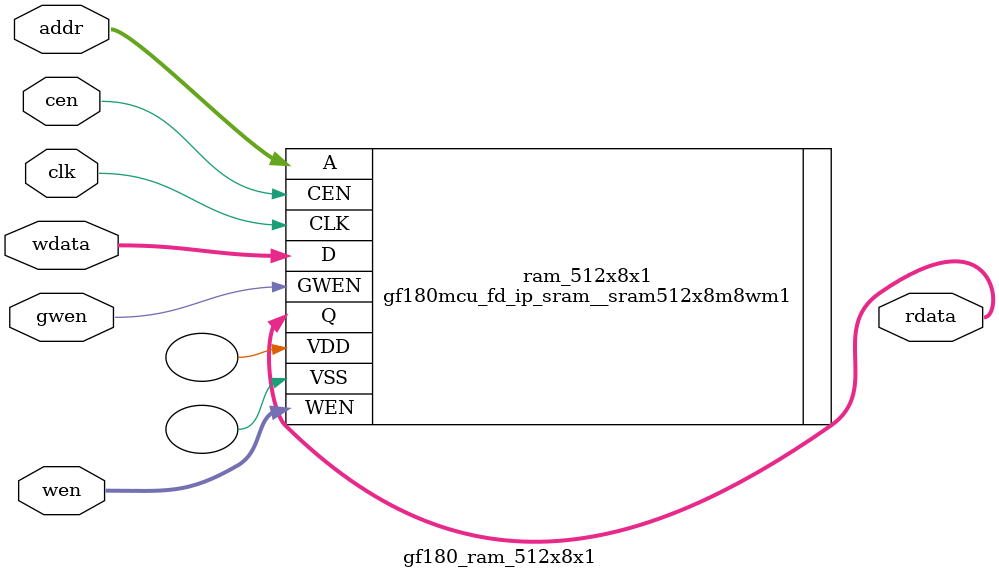
<source format=v>
module gf180_ram_512x8x1 (
`ifdef USE_POWER_PINS
	inout VDD,
	inout VSS,
`endif    
    input   clk,
    input   cen,            // active high
    input   gwen,           // active low
    input   [7:0] wen,      // active low
    input   [8:0] addr,
    input   [7:0] wdata,
    output  [7:0] rdata
);

gf180mcu_fd_ip_sram__sram512x8m8wm1 ram_512x8x1 (
    .CLK    (clk),
    .CEN    (cen),      // active high
    .GWEN   (gwen),     // active low
    .WEN    (wen),      // active low
    .A      (addr),
    .D      (wdata),
    .Q      (rdata),
`ifdef USE_POWER_PINS
    .VDD    (VDD),
    .VSS    (VSS)
`endif
`ifndef USE_POWER_PINS
	.VDD(),
	.VSS()
`endif
);
endmodule




</source>
